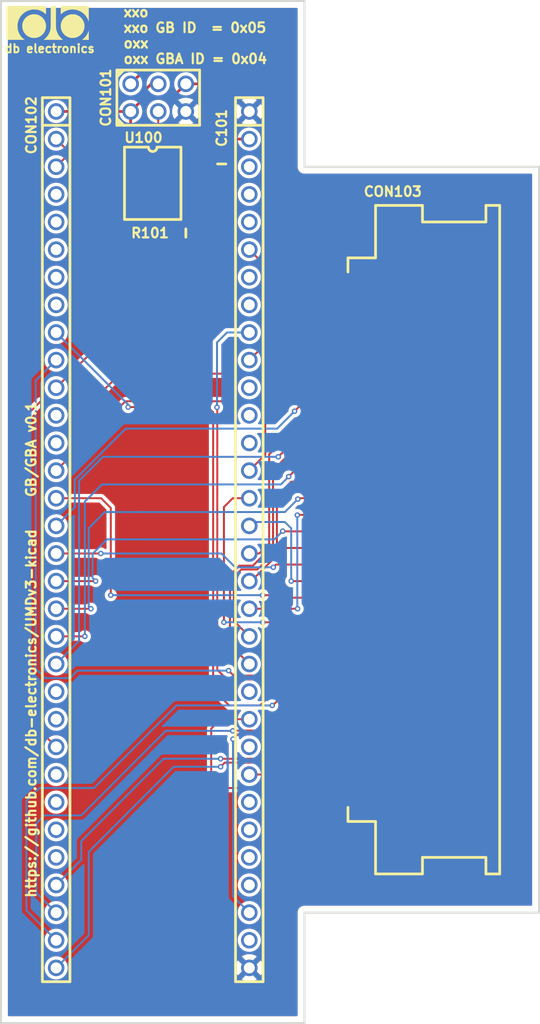
<source format=kicad_pcb>
(kicad_pcb (version 20221018) (generator pcbnew)
  (layers (0 "F.Cu" signal) (31 "B.Cu" signal) (34 "B.Paste" user) (35 "F.Paste" user) (36 "B.SilkS" user "B.Silkscreen") (37 "F.SilkS" user "F.Silkscreen") (38 "B.Mask" user) (39 "F.Mask" user) (44 "Edge.Cuts" user))
  (net 0 "")
  (net 1 "+3V3")
  (net 2 "GND")
  (net 3 "+5V")
  (net 4 "/ID")
  (net 5 "/CARTV")
  (net 6 "/SCL")
  (net 7 "/SDA")
  (net 13 "/A18")
  (net 14 "/A16")
  (net 15 "/~{WR}")
  (net 18 "/AD0")
  (net 19 "/AD14")
  (net 20 "/AD2")
  (net 21 "/AD12")
  (net 22 "/AD10")
  (net 23 "/AD8")
  (net 24 "/AD6")
  (net 25 "/AD4")
  (net 26 "/IRQ")
  (net 28 "/~{AS}")
  (net 33 "/A22")
  (net 34 "/A20")
  (net 35 "/A19")
  (net 36 "/A23")
  (net 37 "/A21")
  (net 42 "/~{SCS}")
  (net 45 "/AD5")
  (net 46 "/AD7")
  (net 47 "/AD9")
  (net 48 "/AD11")
  (net 49 "/AD3")
  (net 50 "/AD13")
  (net 51 "/AD15")
  (net 52 "/AD1")
  (net 56 "/~{RD}")
  (net 57 "/A17")
  (net 60 "/CLK")
  (footprint "db-smt:SSOP-20" (layer "F.Cu") (at 140.88 69.719)
    (fp_text reference "U100" (at 3.048 -1.27) (layer "F.SilkS") (effects (font (size 0.889 0.889) (thickness 0.2032))))
    (fp_text value "MCP23008T-E_SS" hide)
    (pad "1" smd rect (at 0 0) (size 2 0.3) (layers "F.Cu" "F.Paste" "F.Mask") (net 6 "/SCL"))
    (pad "2" smd rect (at 0 0.65) (size 2 0.3) (layers "F.Cu" "F.Paste" "F.Mask") (net 7 "/SDA"))
    (pad "3" smd rect (at 0 1.3) (size 2 0.3) (layers "F.Cu" "F.Paste" "F.Mask") (net 2 "GND"))
    (pad "4" smd rect (at 0 1.95) (size 2 0.3) (layers "F.Cu" "F.Paste" "F.Mask") (net 2 "GND"))
    (pad "5" smd rect (at 0 2.6) (size 2 0.3) (layers "F.Cu" "F.Paste" "F.Mask") (net 2 "GND"))
    (pad "6" smd rect (at 0 3.25) (size 2 0.3) (layers "F.Cu" "F.Paste" "F.Mask") (net 1 "+3V3"))
    (pad "7" smd rect (at 0 3.9) (size 2 0.3) (layers "F.Cu" "F.Paste" "F.Mask"))
    (pad "8" smd rect (at 0 4.55) (size 2 0.3) (layers "F.Cu" "F.Paste" "F.Mask") (net 2 "GND"))
    (pad "9" smd rect (at 0 5.2) (size 2 0.3) (layers "F.Cu" "F.Paste" "F.Mask") (net 2 "GND"))
    (pad "10" smd rect (at 0 5.85) (size 2 0.3) (layers "F.Cu" "F.Paste" "F.Mask"))
    (pad "11" smd rect (at 7.8 5.85) (size 2 0.3) (layers "F.Cu" "F.Paste" "F.Mask"))
    (pad "12" smd rect (at 7.8 5.2) (size 2 0.3) (layers "F.Cu" "F.Paste" "F.Mask") (net 4 "/ID"))
    (pad "13" smd rect (at 7.8 4.55) (size 2 0.3) (layers "F.Cu" "F.Paste" "F.Mask") (net 2 "GND"))
    (pad "14" smd rect (at 7.8 3.9) (size 2 0.3) (layers "F.Cu" "F.Paste" "F.Mask") (net 1 "+3V3"))
    (pad "15" smd rect (at 7.8 3.25) (size 2 0.3) (layers "F.Cu" "F.Paste" "F.Mask") (net 2 "GND"))
    (pad "16" smd rect (at 7.8 2.6) (size 2 0.3) (layers "F.Cu" "F.Paste" "F.Mask") (net 2 "GND"))
    (pad "17" smd rect (at 7.8 1.95) (size 2 0.3) (layers "F.Cu" "F.Paste" "F.Mask") (net 2 "GND"))
    (pad "18" smd rect (at 7.8 1.3) (size 2 0.3) (layers "F.Cu" "F.Paste" "F.Mask") (net 2 "GND"))
    (pad "19" smd rect (at 7.8 0.65) (size 2 0.3) (layers "F.Cu" "F.Paste" "F.Mask") (net 2 "GND"))
    (pad "20" smd rect (at 7.8 0) (size 2 0.3) (layers "F.Cu" "F.Paste" "F.Mask") (net 1 "+3V3"))
  )
  (footprint "db-thparts:UMDv3-CONN-DIP64" (layer "F.Cu") (at 135.89 66.04)
    (fp_text reference "CON102" (at -2.286 1.27 90) (layer "F.SilkS") (effects (font (size 0.889 0.889) (thickness 0.2032))))
    (fp_text value "UMDv3-CONN" hide)
    (pad "1" thru_hole circle (at 0 0) (size 1.524 1.524) (drill 1.016) (layers "*.Cu" "*.Mask") (net 1 "+3V3"))
    (pad "2" thru_hole circle (at 0 2.54) (size 1.524 1.524) (drill 1.016) (layers "*.Cu" "*.Mask") (net 6 "/SCL"))
    (pad "3" thru_hole circle (at 0 5.08) (size 1.524 1.524) (drill 1.016) (layers "*.Cu" "*.Mask") (net 7 "/SDA"))
    (pad "4" thru_hole circle (at 0 7.62) (size 1.524 1.524) (drill 1.016) (layers "*.Cu" "*.Mask"))
    (pad "5" thru_hole circle (at 0 10.16) (size 1.524 1.524) (drill 1.016) (layers "*.Cu" "*.Mask"))
    (pad "6" thru_hole circle (at 0 12.7) (size 1.524 1.524) (drill 1.016) (layers "*.Cu" "*.Mask"))
    (pad "7" thru_hole circle (at 0 15.24) (size 1.524 1.524) (drill 1.016) (layers "*.Cu" "*.Mask"))
    (pad "8" thru_hole circle (at 0 17.78) (size 1.524 1.524) (drill 1.016) (layers "*.Cu" "*.Mask"))
    (pad "9" thru_hole circle (at 0 20.32) (size 1.524 1.524) (drill 1.016) (layers "*.Cu" "*.Mask") (net 13 "/A18"))
    (pad "10" thru_hole circle (at 0 22.86) (size 1.524 1.524) (drill 1.016) (layers "*.Cu" "*.Mask") (net 14 "/A16"))
    (pad "11" thru_hole circle (at 0 25.4) (size 1.524 1.524) (drill 1.016) (layers "*.Cu" "*.Mask") (net 15 "/~{WR}"))
    (pad "12" thru_hole circle (at 0 27.94) (size 1.524 1.524) (drill 1.016) (layers "*.Cu" "*.Mask"))
    (pad "13" thru_hole circle (at 0 30.48) (size 1.524 1.524) (drill 1.016) (layers "*.Cu" "*.Mask"))
    (pad "14" thru_hole circle (at 0 33.02) (size 1.524 1.524) (drill 1.016) (layers "*.Cu" "*.Mask") (net 18 "/AD0"))
    (pad "15" thru_hole circle (at 0 35.56) (size 1.524 1.524) (drill 1.016) (layers "*.Cu" "*.Mask") (net 19 "/AD14"))
    (pad "16" thru_hole circle (at 0 38.1) (size 1.524 1.524) (drill 1.016) (layers "*.Cu" "*.Mask") (net 20 "/AD2"))
    (pad "17" thru_hole circle (at 0 40.64) (size 1.524 1.524) (drill 1.016) (layers "*.Cu" "*.Mask") (net 21 "/AD12"))
    (pad "18" thru_hole circle (at 0 43.18) (size 1.524 1.524) (drill 1.016) (layers "*.Cu" "*.Mask") (net 22 "/AD10"))
    (pad "19" thru_hole circle (at 0 45.72) (size 1.524 1.524) (drill 1.016) (layers "*.Cu" "*.Mask") (net 23 "/AD8"))
    (pad "20" thru_hole circle (at 0 48.26) (size 1.524 1.524) (drill 1.016) (layers "*.Cu" "*.Mask") (net 24 "/AD6"))
    (pad "21" thru_hole circle (at 0 50.8) (size 1.524 1.524) (drill 1.016) (layers "*.Cu" "*.Mask") (net 25 "/AD4"))
    (pad "22" thru_hole circle (at 0 53.34) (size 1.524 1.524) (drill 1.016) (layers "*.Cu" "*.Mask"))
    (pad "23" thru_hole circle (at 0 55.88) (size 1.524 1.524) (drill 1.016) (layers "*.Cu" "*.Mask"))
    (pad "24" thru_hole circle (at 0 58.42) (size 1.524 1.524) (drill 1.016) (layers "*.Cu" "*.Mask") (net 28 "/~{AS}"))
    (pad "25" thru_hole circle (at 0 60.96) (size 1.524 1.524) (drill 1.016) (layers "*.Cu" "*.Mask"))
    (pad "26" thru_hole circle (at 0 63.5) (size 1.524 1.524) (drill 1.016) (layers "*.Cu" "*.Mask"))
    (pad "27" thru_hole circle (at 0 66.04) (size 1.524 1.524) (drill 1.016) (layers "*.Cu" "*.Mask"))
    (pad "28" thru_hole circle (at 0 68.58) (size 1.524 1.524) (drill 1.016) (layers "*.Cu" "*.Mask"))
    (pad "29" thru_hole circle (at 0 71.12) (size 1.524 1.524) (drill 1.016) (layers "*.Cu" "*.Mask") (net 33 "/A22"))
    (pad "30" thru_hole circle (at 0 73.66) (size 1.524 1.524) (drill 1.016) (layers "*.Cu" "*.Mask") (net 34 "/A20"))
    (pad "31" thru_hole circle (at 0 76.2) (size 1.524 1.524) (drill 1.016) (layers "*.Cu" "*.Mask") (net 35 "/A19"))
    (pad "32" thru_hole circle (at 0 78.74) (size 1.524 1.524) (drill 1.016) (layers "*.Cu" "*.Mask") (net 36 "/A23"))
    (pad "33" thru_hole circle (at 17.78 78.74) (size 1.524 1.524) (drill 1.016) (layers "*.Cu" "*.Mask") (net 2 "GND"))
    (pad "34" thru_hole circle (at 17.78 76.2) (size 1.524 1.524) (drill 1.016) (layers "*.Cu" "*.Mask"))
    (pad "35" thru_hole circle (at 17.78 73.66) (size 1.524 1.524) (drill 1.016) (layers "*.Cu" "*.Mask") (net 37 "/A21"))
    (pad "36" thru_hole circle (at 17.78 71.12) (size 1.524 1.524) (drill 1.016) (layers "*.Cu" "*.Mask"))
    (pad "37" thru_hole circle (at 17.78 68.58) (size 1.524 1.524) (drill 1.016) (layers "*.Cu" "*.Mask"))
    (pad "38" thru_hole circle (at 17.78 66.04) (size 1.524 1.524) (drill 1.016) (layers "*.Cu" "*.Mask"))
    (pad "39" thru_hole circle (at 17.78 63.5) (size 1.524 1.524) (drill 1.016) (layers "*.Cu" "*.Mask"))
    (pad "40" thru_hole circle (at 17.78 60.96) (size 1.524 1.524) (drill 1.016) (layers "*.Cu" "*.Mask") (net 42 "/~{SCS}"))
    (pad "41" thru_hole circle (at 17.78 58.42) (size 1.524 1.524) (drill 1.016) (layers "*.Cu" "*.Mask"))
    (pad "42" thru_hole circle (at 17.78 55.88) (size 1.524 1.524) (drill 1.016) (layers "*.Cu" "*.Mask") (net 26 "/IRQ"))
    (pad "43" thru_hole circle (at 17.78 53.34) (size 1.524 1.524) (drill 1.016) (layers "*.Cu" "*.Mask"))
    (pad "44" thru_hole circle (at 17.78 50.8) (size 1.524 1.524) (drill 1.016) (layers "*.Cu" "*.Mask") (net 45 "/AD5"))
    (pad "45" thru_hole circle (at 17.78 48.26) (size 1.524 1.524) (drill 1.016) (layers "*.Cu" "*.Mask") (net 46 "/AD7"))
    (pad "46" thru_hole circle (at 17.78 45.72) (size 1.524 1.524) (drill 1.016) (layers "*.Cu" "*.Mask") (net 47 "/AD9"))
    (pad "47" thru_hole circle (at 17.78 43.18) (size 1.524 1.524) (drill 1.016) (layers "*.Cu" "*.Mask") (net 48 "/AD11"))
    (pad "48" thru_hole circle (at 17.78 40.64) (size 1.524 1.524) (drill 1.016) (layers "*.Cu" "*.Mask") (net 49 "/AD3"))
    (pad "49" thru_hole circle (at 17.78 38.1) (size 1.524 1.524) (drill 1.016) (layers "*.Cu" "*.Mask") (net 50 "/AD13"))
    (pad "50" thru_hole circle (at 17.78 35.56) (size 1.524 1.524) (drill 1.016) (layers "*.Cu" "*.Mask") (net 51 "/AD15"))
    (pad "51" thru_hole circle (at 17.78 33.02) (size 1.524 1.524) (drill 1.016) (layers "*.Cu" "*.Mask") (net 52 "/AD1"))
    (pad "52" thru_hole circle (at 17.78 30.48) (size 1.524 1.524) (drill 1.016) (layers "*.Cu" "*.Mask"))
    (pad "53" thru_hole circle (at 17.78 27.94) (size 1.524 1.524) (drill 1.016) (layers "*.Cu" "*.Mask"))
    (pad "54" thru_hole circle (at 17.78 25.4) (size 1.524 1.524) (drill 1.016) (layers "*.Cu" "*.Mask"))
    (pad "55" thru_hole circle (at 17.78 22.86) (size 1.524 1.524) (drill 1.016) (layers "*.Cu" "*.Mask") (net 56 "/~{RD}"))
    (pad "56" thru_hole circle (at 17.78 20.32) (size 1.524 1.524) (drill 1.016) (layers "*.Cu" "*.Mask") (net 57 "/A17"))
    (pad "57" thru_hole circle (at 17.78 17.78) (size 1.524 1.524) (drill 1.016) (layers "*.Cu" "*.Mask"))
    (pad "58" thru_hole circle (at 17.78 15.24) (size 1.524 1.524) (drill 1.016) (layers "*.Cu" "*.Mask"))
    (pad "59" thru_hole circle (at 17.78 12.7) (size 1.524 1.524) (drill 1.016) (layers "*.Cu" "*.Mask") (net 60 "/CLK"))
    (pad "60" thru_hole circle (at 17.78 10.16) (size 1.524 1.524) (drill 1.016) (layers "*.Cu" "*.Mask"))
    (pad "61" thru_hole circle (at 17.78 7.62) (size 1.524 1.524) (drill 1.016) (layers "*.Cu" "*.Mask"))
    (pad "62" thru_hole circle (at 17.78 5.08) (size 1.524 1.524) (drill 1.016) (layers "*.Cu" "*.Mask"))
    (pad "63" thru_hole circle (at 17.78 2.54) (size 1.524 1.524) (drill 1.016) (layers "*.Cu" "*.Mask") (net 3 "+5V"))
    (pad "64" thru_hole circle (at 17.78 0) (size 1.524 1.524) (drill 1.016) (layers "*.Cu" "*.Mask") (net 2 "GND"))
  )
  (footprint "db-thparts:HDR2X3" (layer "F.Cu") (at 142.748 66.04 90)
    (fp_text reference "CON101" (at 1.27 -2.286 90) (layer "F.SilkS") (effects (font (size 0.889 0.889) (thickness 0.2032))))
    (fp_text value "HDR2X3" hide)
    (pad "1" thru_hole circle (at 0 0 90) (size 1.524 1.524) (drill 1.016) (layers "*.Cu" "*.Mask") (net 1 "+3V3"))
    (pad "2" thru_hole circle (at 2.54 0 90) (size 1.524 1.524) (drill 1.016) (layers "*.Cu" "*.Mask") (net 3 "+5V"))
    (pad "3" thru_hole circle (at 0 2.54 90) (size 1.524 1.524) (drill 1.016) (layers "*.Cu" "*.Mask") (net 4 "/ID"))
    (pad "4" thru_hole circle (at 2.54 2.54 90) (size 1.524 1.524) (drill 1.016) (layers "*.Cu" "*.Mask") (net 5 "/CARTV"))
    (pad "5" thru_hole circle (at 0 5.08 90) (size 1.524 1.524) (drill 1.016) (layers "*.Cu" "*.Mask") (net 2 "GND"))
    (pad "6" thru_hole circle (at 2.54 5.08 90) (size 1.524 1.524) (drill 1.016) (layers "*.Cu" "*.Mask") (net 1 "+3V3"))
  )
  (footprint "db-artwork:db-logo_7.5mm" (layer "F.Cu") (at 135.128 57.912)
    (fp_text reference "logo101" hide)
    (fp_text value "dblogo" hide)
  )
  (footprint "db-smt:0603" (layer "F.Cu") (at 151.13 70.866 -90)
    (fp_text reference "C101" (at -3.302 0 90) (layer "F.SilkS") (effects (font (size 0.889 0.889) (thickness 0.2032))))
    (fp_text value "0.1uF" hide)
    (pad "1" smd rect (at -0.95 0 270) (size 0.8 1) (layers "F.Cu" "F.Paste" "F.Mask") (net 1 "+3V3"))
    (pad "2" smd rect (at 0.95 0 270) (size 0.8 1) (layers "F.Cu" "F.Paste" "F.Mask") (net 2 "GND"))
  )
  (footprint "db-smt:0603" (layer "F.Cu") (at 147.828 77.216 180)
    (fp_text reference "R101" (at 3.302 0) (layer "F.SilkS") (effects (font (size 0.889 0.889) (thickness 0.2032))))
    (fp_text value "10k" hide)
    (pad "1" smd rect (at -0.95 0 180) (size 0.8 1) (layers "F.Cu" "F.Paste" "F.Mask") (net 4 "/ID"))
    (pad "2" smd rect (at 0.95 0 180) (size 0.8 1) (layers "F.Cu" "F.Paste" "F.Mask") (net 2 "GND"))
  )
  (footprint "db-smt:GBA-CONN" (layer "F.Cu") (at 161.7345 81.788)
    (fp_text reference "CON103" (at 5.1435 -8.382) (layer "F.SilkS") (effects (font (size 0.889 0.889) (thickness 0.2032))))
    (fp_text value "GBA-CONN" hide)
    (pad "1" smd rect (at 0 0) (size 3.556 0.889) (layers "F.Cu" "F.Paste" "F.Mask") (net 5 "/CARTV"))
    (pad "2" smd rect (at 0 1.524) (size 3.556 0.889) (layers "F.Cu" "F.Paste" "F.Mask") (net 60 "/CLK"))
    (pad "3" smd rect (at 0 3.048) (size 3.556 0.889) (layers "F.Cu" "F.Paste" "F.Mask") (net 15 "/~{WR}"))
    (pad "4" smd rect (at 0 4.572) (size 3.556 0.889) (layers "F.Cu" "F.Paste" "F.Mask") (net 56 "/~{RD}"))
    (pad "5" smd rect (at 0 6.096) (size 3.556 0.889) (layers "F.Cu" "F.Paste" "F.Mask") (net 28 "/~{AS}"))
    (pad "6" smd rect (at 0 7.62) (size 3.556 0.889) (layers "F.Cu" "F.Paste" "F.Mask") (net 18 "/AD0"))
    (pad "7" smd rect (at 0 9.144) (size 3.556 0.889) (layers "F.Cu" "F.Paste" "F.Mask") (net 52 "/AD1"))
    (pad "8" smd rect (at 0 10.668) (size 3.556 0.889) (layers "F.Cu" "F.Paste" "F.Mask") (net 20 "/AD2"))
    (pad "9" smd rect (at 0 12.192) (size 3.556 0.889) (layers "F.Cu" "F.Paste" "F.Mask") (net 49 "/AD3"))
    (pad "10" smd rect (at 0 13.716) (size 3.556 0.889) (layers "F.Cu" "F.Paste" "F.Mask") (net 25 "/AD4"))
    (pad "11" smd rect (at 0 15.24) (size 3.556 0.889) (layers "F.Cu" "F.Paste" "F.Mask") (net 45 "/AD5"))
    (pad "12" smd rect (at 0 16.764) (size 3.556 0.889) (layers "F.Cu" "F.Paste" "F.Mask") (net 24 "/AD6"))
    (pad "13" smd rect (at 0 18.288) (size 3.556 0.889) (layers "F.Cu" "F.Paste" "F.Mask") (net 46 "/AD7"))
    (pad "14" smd rect (at 0 19.812) (size 3.556 0.889) (layers "F.Cu" "F.Paste" "F.Mask") (net 23 "/AD8"))
    (pad "15" smd rect (at 0 21.336) (size 3.556 0.889) (layers "F.Cu" "F.Paste" "F.Mask") (net 47 "/AD9"))
    (pad "16" smd rect (at 0 22.86) (size 3.556 0.889) (layers "F.Cu" "F.Paste" "F.Mask") (net 22 "/AD10"))
    (pad "17" smd rect (at 0 24.384) (size 3.556 0.889) (layers "F.Cu" "F.Paste" "F.Mask") (net 48 "/AD11"))
    (pad "18" smd rect (at 0 25.908) (size 3.556 0.889) (layers "F.Cu" "F.Paste" "F.Mask") (net 21 "/AD12"))
    (pad "19" smd rect (at 0 27.432) (size 3.556 0.889) (layers "F.Cu" "F.Paste" "F.Mask") (net 50 "/AD13"))
    (pad "20" smd rect (at 0 28.956) (size 3.556 0.889) (layers "F.Cu" "F.Paste" "F.Mask") (net 19 "/AD14"))
    (pad "21" smd rect (at 0 30.48) (size 3.556 0.889) (layers "F.Cu" "F.Paste" "F.Mask") (net 51 "/AD15"))
    (pad "22" smd rect (at 0 32.004) (size 3.556 0.889) (layers "F.Cu" "F.Paste" "F.Mask") (net 14 "/A16"))
    (pad "23" smd rect (at 0 33.528) (size 3.556 0.889) (layers "F.Cu" "F.Paste" "F.Mask") (net 57 "/A17"))
    (pad "24" smd rect (at 0 35.052) (size 3.556 0.889) (layers "F.Cu" "F.Paste" "F.Mask") (net 13 "/A18"))
    (pad "25" smd rect (at 0 36.576) (size 3.556 0.889) (layers "F.Cu" "F.Paste" "F.Mask") (net 35 "/A19"))
    (pad "26" smd rect (at 0 38.1) (size 3.556 0.889) (layers "F.Cu" "F.Paste" "F.Mask") (net 34 "/A20"))
    (pad "27" smd rect (at 0 39.624) (size 3.556 0.889) (layers "F.Cu" "F.Paste" "F.Mask") (net 37 "/A21"))
    (pad "28" smd rect (at 0 41.148) (size 3.556 0.889) (layers "F.Cu" "F.Paste" "F.Mask") (net 33 "/A22"))
    (pad "29" smd rect (at 0 42.672) (size 3.556 0.889) (layers "F.Cu" "F.Paste" "F.Mask") (net 36 "/A23"))
    (pad "30" smd rect (at 0 44.196) (size 3.556 0.889) (layers "F.Cu" "F.Paste" "F.Mask") (net 42 "/~{SCS}"))
    (pad "31" smd rect (at 0 45.72) (size 3.556 0.889) (layers "F.Cu" "F.Paste" "F.Mask") (net 26 "/IRQ"))
    (pad "32" smd rect (at 0 47.244) (size 3.556 0.889) (layers "F.Cu" "F.Paste" "F.Mask") (net 2 "GND"))
    (pad "33" smd rect (at 10.795 -7.62) (size 4.826 3.048) (layers "F.Cu" "F.Paste" "F.Mask") (net 2 "GND"))
    (pad "33" smd rect (at 10.795 54.864) (size 4.826 3.048) (layers "F.Cu" "F.Paste" "F.Mask") (net 2 "GND"))
  )
  (gr_line (start 180.34 71.12) (end 158.75 71.12) (stroke (width 0.1778)) (layer "Edge.Cuts"))
  (gr_line (start 158.75 71.12) (end 158.75 55.88) (stroke (width 0.1778)) (layer "Edge.Cuts"))
  (gr_line (start 130.81 149.86) (end 130.81 55.88) (stroke (width 0.1778)) (layer "Edge.Cuts"))
  (gr_line (start 180.34 139.7) (end 180.34 71.12) (stroke (width 0.1778)) (layer "Edge.Cuts"))
  (gr_line (start 158.75 139.7) (end 180.34 139.7) (stroke (width 0.1778)) (layer "Edge.Cuts"))
  (gr_line (start 158.75 149.86) (end 158.75 139.7) (stroke (width 0.1778)) (layer "Edge.Cuts"))
  (gr_line (start 158.75 55.88) (end 130.81 55.88) (stroke (width 0.1778)) (layer "Edge.Cuts"))
  (gr_line (start 130.81 149.86) (end 158.75 149.86) (stroke (width 0.1778)) (layer "Edge.Cuts"))
  (gr_text "https://github.com/db-electronics/UMDv3-kicad" (at 134.112 138.43 90) (layer "F.SilkS") (effects (font (size 0.889 0.889) (thickness 0.2032) bold) (justify left bottom)))
  (gr_text "db electronics" (at 131.064 60.706) (layer "F.SilkS") (effects (font (size 0.762 0.762) (thickness 0.1778) bold) (justify left bottom)))
  (gr_text "GB/GBA v0.1" (at 134.112 101.6 90) (layer "F.SilkS") (effects (font (size 0.889 0.889) (thickness 0.2032) bold) (justify left bottom)))
  (gr_text "xxo\nxxo GB ID  = 0x05\noxx\noxx GBA ID = 0x04" (at 141.986 61.722) (layer "F.SilkS") (effects (font (size 0.889 0.889) (thickness 0.2032) bold) (justify left bottom)))
  (segment (start 147.1774 73.619) (end 148.68 73.619) (width 0.254) (layer "F.Cu") (net 1))
  (segment (start 149.7838 63.5) (end 147.828 63.5) (width 0.254) (layer "F.Cu") (net 1))
  (segment (start 150.933 69.719) (end 151.13 69.916) (width 0.254) (layer "F.Cu") (net 1))
  (segment (start 151.13 69.916) (end 151.13 64.8462) (width 0.254) (layer "F.Cu") (net 1))
  (segment (start 144.0434 64.7446) (end 142.748 66.04) (width 0.254) (layer "F.Cu") (net 1))
  (segment (start 146.5834 64.7446) (end 144.0434 64.7446) (width 0.254) (layer "F.Cu") (net 1))
  (segment (start 147.828 63.5) (end 146.5834 64.7446) (width 0.254) (layer "F.Cu") (net 1))
  (segment (start 142.748 66.04) (end 135.89 66.04) (width 0.254) (layer "F.Cu") (net 1))
  (segment (start 142.4992 72.969) (end 140.88 72.969) (width 0.254) (layer "F.Cu") (net 1))
  (segment (start 147.0954 69.719) (end 146.558 70.2564) (width 0.254) (layer "F.Cu") (net 1))
  (segment (start 148.68 69.719) (end 150.933 69.719) (width 0.254) (layer "F.Cu") (net 1))
  (segment (start 142.748 66.04) (end 142.748 72.7202) (width 0.254) (layer "F.Cu") (net 1))
  (segment (start 151.13 64.8462) (end 149.7838 63.5) (width 0.254) (layer "F.Cu") (net 1))
  (segment (start 148.68 69.719) (end 147.0954 69.719) (width 0.254) (layer "F.Cu") (net 1))
  (segment (start 142.748 72.7202) (end 142.4992 72.969) (width 0.254) (layer "F.Cu") (net 1))
  (segment (start 146.558 70.2564) (end 146.558 72.9996) (width 0.254) (layer "F.Cu") (net 1))
  (segment (start 146.558 72.9996) (end 147.1774 73.619) (width 0.254) (layer "F.Cu") (net 1))
  (segment (start 149.479 62.0014) (end 144.2466 62.0014) (width 0.254) (layer "F.Cu") (net 3))
  (segment (start 144.2466 62.0014) (end 142.748 63.5) (width 0.254) (layer "F.Cu") (net 3))
  (segment (start 153.67 68.58) (end 152.3238 68.58) (width 0.254) (layer "F.Cu") (net 3))
  (segment (start 152.3238 68.58) (end 151.5618 67.818) (width 0.254) (layer "F.Cu") (net 3))
  (segment (start 151.5618 64.0842) (end 149.479 62.0014) (width 0.254) (layer "F.Cu") (net 3))
  (segment (start 151.5618 67.818) (end 151.5618 64.0842) (width 0.254) (layer "F.Cu") (net 3))
  (segment (start 145.288 72.527) (end 145.288 66.04) (width 0.1778) (layer "F.Cu") (net 4))
  (segment (start 148.68 74.919) (end 147.68 74.919) (width 0.1778) (layer "F.Cu") (net 4))
  (segment (start 150.1902 77.216) (end 148.778 77.216) (width 0.1778) (layer "F.Cu") (net 4))
  (segment (start 150.5458 76.8604) (end 150.1902 77.216) (width 0.1778) (layer "F.Cu") (net 4))
  (segment (start 150.0014 74.919) (end 150.5458 75.4634) (width 0.1778) (layer "F.Cu") (net 4))
  (segment (start 147.68 74.919) (end 145.288 72.527) (width 0.1778) (layer "F.Cu") (net 4))
  (segment (start 148.68 74.919) (end 150.0014 74.919) (width 0.1778) (layer "F.Cu") (net 4))
  (segment (start 150.5458 75.4634) (end 150.5458 76.8604) (width 0.1778) (layer "F.Cu") (net 4))
  (segment (start 141.8336 64.7446) (end 143.4084 64.7446) (width 0.254) (layer "F.Cu") (net 5))
  (segment (start 144.653 63.5) (end 145.288 63.5) (width 0.254) (layer "F.Cu") (net 5))
  (segment (start 143.4084 64.7446) (end 144.653 63.5) (width 0.254) (layer "F.Cu") (net 5))
  (segment (start 156.0322 63.754) (end 153.8478 61.5696) (width 0.254) (layer "F.Cu") (net 5))
  (segment (start 145.288 63.5) (end 144.5768 63.5) (width 0.1778) (layer "F.Cu") (net 5))
  (segment (start 161.7345 81.788) (end 159.4104 81.788) (width 0.254) (layer "F.Cu") (net 5))
  (segment (start 142.2146 61.5696) (end 141.3764 62.4078) (width 0.254) (layer "F.Cu") (net 5))
  (segment (start 153.8478 61.5696) (end 142.2146 61.5696) (width 0.254) (layer "F.Cu") (net 5))
  (segment (start 141.3764 62.4078) (end 141.3764 64.2874) (width 0.254) (layer "F.Cu") (net 5))
  (segment (start 156.0322 78.4098) (end 156.0322 63.754) (width 0.254) (layer "F.Cu") (net 5))
  (segment (start 141.3764 64.2874) (end 141.8336 64.7446) (width 0.254) (layer "F.Cu") (net 5))
  (segment (start 159.4104 81.788) (end 156.0322 78.4098) (width 0.254) (layer "F.Cu") (net 5))
  (segment (start 137.029 69.719) (end 135.89 68.58) (width 0.1778) (layer "F.Cu") (net 6))
  (segment (start 140.88 69.719) (end 137.029 69.719) (width 0.1778) (layer "F.Cu") (net 6))
  (segment (start 136.641 70.369) (end 135.89 71.12) (width 0.1778) (layer "F.Cu") (net 7))
  (segment (start 140.88 70.369) (end 136.641 70.369) (width 0.1778) (layer "F.Cu") (net 7))
  (segment (start 155.575 118.4148) (end 157.1498 116.84) (width 0.1778) (layer "F.Cu") (net 13))
  (segment (start 154.6606 120.65) (end 155.575 119.7356) (width 0.1778) (layer "F.Cu") (net 13))
  (segment (start 151.8158 120.65) (end 154.6606 120.65) (width 0.1778) (layer "F.Cu") (net 13))
  (segment (start 150.3426 93.7006) (end 150.3426 119.1768) (width 0.1778) (layer "F.Cu") (net 13))
  (segment (start 149.86 93.218) (end 150.3426 93.7006) (width 0.1778) (layer "F.Cu") (net 13))
  (segment (start 157.1498 116.84) (end 161.7345 116.84) (width 0.1778) (layer "F.Cu") (net 13))
  (segment (start 150.3426 119.1768) (end 151.8158 120.65) (width 0.1778) (layer "F.Cu") (net 13))
  (segment (start 155.575 119.7356) (end 155.575 118.4148) (width 0.1778) (layer "F.Cu") (net 13))
  (segment (start 142.5194 93.218) (end 149.86 93.218) (width 0.1778) (layer "F.Cu") (net 13))
  (via (at 142.5194 93.218) (size 0.508) (drill 0.254) (layers "F.Cu" "B.Cu") (net 13))
  (segment (start 142.5194 93.218) (end 142.5194 92.9894) (width 0.1778) (layer "B.Cu") (net 13))
  (segment (start 142.5194 92.9894) (end 135.89 86.36) (width 0.1778) (layer "B.Cu") (net 13))
  (segment (start 155.0416 117.9068) (end 159.1564 113.792) (width 0.1778) (layer "F.Cu") (net 14))
  (segment (start 152.2222 117.9068) (end 151.765 117.4496) (width 0.1778) (layer "F.Cu") (net 14))
  (segment (start 159.1564 113.792) (end 161.7345 113.792) (width 0.1778) (layer "F.Cu") (net 14))
  (segment (start 155.0416 117.9068) (end 152.2222 117.9068) (width 0.1778) (layer "F.Cu") (net 14))
  (via (at 151.765 117.4496) (size 0.508) (drill 0.254) (layers "F.Cu" "B.Cu") (net 14))
  (segment (start 134.0104 90.7796) (end 135.89 88.9) (width 0.1778) (layer "B.Cu") (net 14))
  (segment (start 134.0104 117.2718) (end 134.0104 90.7796) (width 0.1778) (layer "B.Cu") (net 14))
  (segment (start 137.8458 117.4496) (end 137.16 118.1354) (width 0.1778) (layer "B.Cu") (net 14))
  (segment (start 151.765 117.4496) (end 137.8458 117.4496) (width 0.1778) (layer "B.Cu") (net 14))
  (segment (start 137.16 118.1354) (end 134.874 118.1354) (width 0.1778) (layer "B.Cu") (net 14))
  (segment (start 134.874 118.1354) (end 134.0104 117.2718) (width 0.1778) (layer "B.Cu") (net 14))
  (segment (start 161.4805 85.09) (end 142.24 85.09) (width 0.1778) (layer "F.Cu") (net 15))
  (segment (start 161.7345 84.836) (end 161.4805 85.09) (width 0.1778) (layer "F.Cu") (net 15))
  (segment (start 142.24 85.09) (end 135.89 91.44) (width 0.1778) (layer "F.Cu") (net 15))
  (segment (start 158.623 89.408) (end 155.3464 92.6846) (width 0.1778) (layer "F.Cu") (net 18))
  (segment (start 142.2654 92.6846) (end 135.89 99.06) (width 0.1778) (layer "F.Cu") (net 18))
  (segment (start 155.3464 92.6846) (end 142.2654 92.6846) (width 0.1778) (layer "F.Cu") (net 18))
  (segment (start 161.7345 89.408) (end 158.623 89.408) (width 0.1778) (layer "F.Cu") (net 18))
  (segment (start 156.1084 110.744) (end 155.8798 110.5154) (width 0.1778) (layer "F.Cu") (net 19))
  (segment (start 155.8798 110.5154) (end 154.8892 110.5154) (width 0.1778) (layer "F.Cu") (net 19))
  (segment (start 140.0302 101.6) (end 135.89 101.6) (width 0.1778) (layer "F.Cu") (net 19))
  (segment (start 140.9192 102.489) (end 140.0302 101.6) (width 0.1778) (layer "F.Cu") (net 19))
  (segment (start 140.9192 110.5154) (end 140.9192 102.489) (width 0.1778) (layer "F.Cu") (net 19))
  (segment (start 161.7345 110.744) (end 156.1084 110.744) (width 0.1778) (layer "F.Cu") (net 19))
  (via (at 140.9192 110.5154) (size 0.508) (drill 0.254) (layers "F.Cu" "B.Cu") (net 19))
  (via (at 154.8892 110.5154) (size 0.508) (drill 0.254) (layers "F.Cu" "B.Cu") (net 19))
  (segment (start 154.8892 110.5154) (end 140.9192 110.5154) (width 0.1778) (layer "B.Cu") (net 19))
  (segment (start 158.9786 92.456) (end 157.8356 93.599) (width 0.1778) (layer "F.Cu") (net 20))
  (segment (start 161.7345 92.456) (end 158.9786 92.456) (width 0.1778) (layer "F.Cu") (net 20))
  (via (at 157.8356 93.599) (size 0.508) (drill 0.254) (layers "F.Cu" "B.Cu") (net 20))
  (segment (start 137.6045 99.890606) (end 137.6045 102.4255) (width 0.1778) (layer "B.Cu") (net 20))
  (segment (start 156.2354 95.1992) (end 142.295906 95.1992) (width 0.1778) (layer "B.Cu") (net 20))
  (segment (start 157.8356 93.599) (end 156.2354 95.1992) (width 0.1778) (layer "B.Cu") (net 20))
  (segment (start 142.295906 95.1992) (end 137.6045 99.890606) (width 0.1778) (layer "B.Cu") (net 20))
  (segment (start 137.6045 102.4255) (end 135.89 104.14) (width 0.1778) (layer "B.Cu") (net 20))
  (segment (start 161.7345 107.696) (end 156.1338 107.696) (width 0.1778) (layer "F.Cu") (net 21))
  (segment (start 161.7345 107.696) (end 157.48 107.696) (width 0.1778) (layer "F.Cu") (net 21))
  (segment (start 140.0048 106.68) (end 135.89 106.68) (width 0.1778) (layer "F.Cu") (net 21))
  (segment (start 156.1338 107.696) (end 155.8798 107.95) (width 0.1778) (layer "F.Cu") (net 21))
  (via (at 155.8798 107.95) (size 0.508) (drill 0.254) (layers "F.Cu" "B.Cu") (net 21))
  (via (at 140.0048 106.68) (size 0.508) (drill 0.254) (layers "F.Cu" "B.Cu") (net 21))
  (segment (start 155.8798 107.95) (end 152.4762 107.95) (width 0.1778) (layer "B.Cu") (net 21))
  (segment (start 140.0048 106.68) (end 151.1046 106.68) (width 0.1778) (layer "B.Cu") (net 21))
  (segment (start 151.1046 106.68) (end 152.3746 107.95) (width 0.1778) (layer "B.Cu") (net 21))
  (segment (start 152.4762 107.95) (end 152.3746 107.95) (width 0.1778) (layer "B.Cu") (net 21))
  (segment (start 161.7345 104.648) (end 158.9786 104.648) (width 0.1778) (layer "F.Cu") (net 22))
  (segment (start 156.7688 104.648) (end 156.7434 104.6226) (width 0.1778) (layer "F.Cu") (net 22))
  (segment (start 158.9786 104.648) (end 156.7688 104.648) (width 0.1778) (layer "F.Cu") (net 22))
  (segment (start 139.5222 109.22) (end 135.89 109.22) (width 0.1778) (layer "F.Cu") (net 22))
  (via (at 139.5222 109.22) (size 0.508) (drill 0.254) (layers "F.Cu" "B.Cu") (net 22))
  (via (at 156.7434 104.6226) (size 0.508) (drill 0.254) (layers "F.Cu" "B.Cu") (net 22))
  (segment (start 139.2428 106.7054) (end 139.2428 108.9406) (width 0.1778) (layer "B.Cu") (net 22))
  (segment (start 147.32 105.3846) (end 140.5636 105.3846) (width 0.1778) (layer "B.Cu") (net 22))
  (segment (start 155.9814 105.3846) (end 154.9146 105.3846) (width 0.1778) (layer "B.Cu") (net 22))
  (segment (start 139.2428 108.9406) (end 139.5222 109.22) (width 0.1778) (layer "B.Cu") (net 22))
  (segment (start 156.7434 104.6226) (end 155.9814 105.3846) (width 0.1778) (layer "B.Cu") (net 22))
  (segment (start 140.5636 105.3846) (end 139.2428 106.7054) (width 0.1778) (layer "B.Cu") (net 22))
  (segment (start 154.9146 105.3846) (end 147.32 105.3846) (width 0.1778) (layer "B.Cu") (net 22))
  (segment (start 147.32 105.3846) (end 143.6624 105.3846) (width 0.1778) (layer "B.Cu") (net 22))
  (segment (start 158.2166 101.6) (end 158.1404 101.6762) (width 0.1778) (layer "F.Cu") (net 23))
  (segment (start 161.7345 101.6) (end 158.2166 101.6) (width 0.1778) (layer "F.Cu") (net 23))
  (segment (start 139.0904 111.76) (end 135.89 111.76) (width 0.1778) (layer "F.Cu") (net 23))
  (via (at 158.1404 101.6762) (size 0.508) (drill 0.254) (layers "F.Cu" "B.Cu") (net 23))
  (via (at 139.0904 111.76) (size 0.508) (drill 0.254) (layers "F.Cu" "B.Cu") (net 23))
  (segment (start 144.145 102.87) (end 143.3068 102.87) (width 0.1778) (layer "B.Cu") (net 23))
  (segment (start 158.1404 101.6762) (end 156.9466 102.87) (width 0.1778) (layer "B.Cu") (net 23))
  (segment (start 138.8872 104.3432) (end 138.8872 111.5568) (width 0.1778) (layer "B.Cu") (net 23))
  (segment (start 140.3604 102.87) (end 138.8872 104.3432) (width 0.1778) (layer "B.Cu") (net 23))
  (segment (start 156.9466 102.87) (end 144.145 102.87) (width 0.1778) (layer "B.Cu") (net 23))
  (segment (start 138.8872 111.5568) (end 139.0904 111.76) (width 0.1778) (layer "B.Cu") (net 23))
  (segment (start 144.145 102.87) (end 140.3604 102.87) (width 0.1778) (layer "B.Cu") (net 23))
  (segment (start 158.356229 98.552) (end 157.29798 99.610249) (width 0.1778) (layer "F.Cu") (net 24))
  (segment (start 135.89 114.3) (end 138.5316 114.3) (width 0.1778) (layer "F.Cu") (net 24))
  (segment (start 161.7345 98.552) (end 158.356229 98.552) (width 0.1778) (layer "F.Cu") (net 24))
  (via (at 157.29798 99.610249) (size 0.508) (drill 0.254) (layers "F.Cu" "B.Cu") (net 24))
  (via (at 138.5316 114.3) (size 0.508) (drill 0.254) (layers "F.Cu" "B.Cu") (net 24))
  (segment (start 144.5006 100.33) (end 156.578229 100.33) (width 0.1778) (layer "B.Cu") (net 24))
  (segment (start 138.5316 114.3) (end 138.5316 101.9048) (width 0.1778) (layer "B.Cu") (net 24))
  (segment (start 138.5316 101.9048) (end 140.1064 100.33) (width 0.1778) (layer "B.Cu") (net 24))
  (segment (start 156.578229 100.33) (end 157.29798 99.610249) (width 0.1778) (layer "B.Cu") (net 24))
  (segment (start 140.1064 100.33) (end 144.5006 100.33) (width 0.1778) (layer "B.Cu") (net 24))
  (segment (start 156.337 97.79) (end 158.623 95.504) (width 0.1778) (layer "F.Cu") (net 25))
  (segment (start 158.623 95.504) (end 161.7345 95.504) (width 0.1778) (layer "F.Cu") (net 25))
  (via (at 156.337 97.79) (size 0.508) (drill 0.254) (layers "F.Cu" "B.Cu") (net 25))
  (segment (start 137.9982 114.7318) (end 135.89 116.84) (width 0.1778) (layer "B.Cu") (net 25))
  (segment (start 156.337 97.79) (end 140.208 97.79) (width 0.1778) (layer "B.Cu") (net 25))
  (segment (start 140.208 97.79) (end 137.9982 99.9998) (width 0.1778) (layer "B.Cu") (net 25))
  (segment (start 137.9982 99.9998) (end 137.9982 114.7318) (width 0.1778) (layer "B.Cu") (net 25))
  (segment (start 154.7114 128.2446) (end 155.448 127.508) (width 0.1778) (layer "F.Cu") (net 26))
  (segment (start 151.4094 128.2446) (end 154.7114 128.2446) (width 0.1778) (layer "F.Cu") (net 26))
  (segment (start 150.1648 122.7836) (end 150.1648 127) (width 0.1778) (layer "F.Cu") (net 26))
  (segment (start 155.448 127.508) (end 161.7345 127.508) (width 0.1778) (layer "F.Cu") (net 26))
  (segment (start 153.67 121.92) (end 151.0284 121.92) (width 0.1778) (layer "F.Cu") (net 26))
  (segment (start 151.0284 121.92) (end 150.1648 122.7836) (width 0.1778) (layer "F.Cu") (net 26))
  (segment (start 150.1648 127) (end 151.4094 128.2446) (width 0.1778) (layer "F.Cu") (net 26))
  (segment (start 132.5372 121.1072) (end 135.89 124.46) (width 0.1778) (layer "F.Cu") (net 28))
  (segment (start 139.2174 92.71) (end 134.4422 92.71) (width 0.1778) (layer "F.Cu") (net 28))
  (segment (start 155.3972 90.1446) (end 141.7828 90.1446) (width 0.1778) (layer "F.Cu") (net 28))
  (segment (start 161.7345 87.884) (end 157.6578 87.884) (width 0.1778) (layer "F.Cu") (net 28))
  (segment (start 132.5372 94.615) (end 132.5372 121.1072) (width 0.1778) (layer "F.Cu") (net 28))
  (segment (start 157.6578 87.884) (end 155.3972 90.1446) (width 0.1778) (layer "F.Cu") (net 28))
  (segment (start 134.4422 92.71) (end 132.5372 94.615) (width 0.1778) (layer "F.Cu") (net 28))
  (segment (start 141.7828 90.1446) (end 139.2174 92.71) (width 0.1778) (layer "F.Cu") (net 28))
  (segment (start 155.2702 125.5522) (end 151.0284 125.5522) (width 0.1778) (layer "F.Cu") (net 33))
  (segment (start 161.7345 122.936) (end 157.8864 122.936) (width 0.1778) (layer "F.Cu") (net 33))
  (segment (start 157.8864 122.936) (end 155.2702 125.5522) (width 0.1778) (layer "F.Cu") (net 33))
  (via (at 151.0284 125.5522) (size 0.508) (drill 0.254) (layers "F.Cu" "B.Cu") (net 33))
  (segment (start 138.2014 133.1214) (end 138.2014 134.8486) (width 0.1778) (layer "B.Cu") (net 33))
  (segment (start 145.7706 125.5522) (end 138.2014 133.1214) (width 0.1778) (layer "B.Cu") (net 33))
  (segment (start 151.0284 125.5522) (end 145.7706 125.5522) (width 0.1778) (layer "B.Cu") (net 33))
  (segment (start 138.2014 134.8486) (end 135.89 137.16) (width 0.1778) (layer "B.Cu") (net 33))
  (segment (start 158.5468 119.888) (end 155.4734 122.9614) (width 0.1778) (layer "F.Cu") (net 34))
  (segment (start 155.4734 122.9614) (end 152.1714 122.9614) (width 0.1778) (layer "F.Cu") (net 34))
  (segment (start 152.1714 122.9614) (end 152.146 122.9868) (width 0.1778) (layer "F.Cu") (net 34))
  (segment (start 161.7345 119.888) (end 158.5468 119.888) (width 0.1778) (layer "F.Cu") (net 34))
  (via (at 152.146 122.9868) (size 0.508) (drill 0.254) (layers "F.Cu" "B.Cu") (net 34))
  (segment (start 145.9738 122.9868) (end 138.2014 130.7592) (width 0.1778) (layer "B.Cu") (net 34))
  (segment (start 152.146 122.9868) (end 145.9738 122.9868) (width 0.1778) (layer "B.Cu") (net 34))
  (segment (start 138.2014 130.7592) (end 134.7978 130.7592) (width 0.1778) (layer "B.Cu") (net 34))
  (segment (start 134.0612 137.8712) (end 135.89 139.7) (width 0.1778) (layer "B.Cu") (net 34))
  (segment (start 134.7978 130.7592) (end 134.0612 131.4958) (width 0.1778) (layer "B.Cu") (net 34))
  (segment (start 134.0612 131.4958) (end 134.0612 137.8712) (width 0.1778) (layer "B.Cu") (net 34))
  (segment (start 161.7345 118.364) (end 159.0802 118.364) (width 0.1778) (layer "F.Cu") (net 35))
  (segment (start 155.829 120.65) (end 155.7782 120.65) (width 0.1778) (layer "F.Cu") (net 35))
  (segment (start 158.115 118.364) (end 155.829 120.65) (width 0.1778) (layer "F.Cu") (net 35))
  (segment (start 159.0802 118.364) (end 158.115 118.364) (width 0.1778) (layer "F.Cu") (net 35))
  (via (at 155.7782 120.65) (size 0.508) (drill 0.254) (layers "F.Cu" "B.Cu") (net 35))
  (segment (start 133.1468 129.4384) (end 133.1468 139.4968) (width 0.1778) (layer "B.Cu") (net 35))
  (segment (start 146.9644 120.65) (end 139.3698 128.2446) (width 0.1778) (layer "B.Cu") (net 35))
  (segment (start 134.3406 128.2446) (end 133.1468 129.4384) (width 0.1778) (layer "B.Cu") (net 35))
  (segment (start 139.3698 128.2446) (end 134.3406 128.2446) (width 0.1778) (layer "B.Cu") (net 35))
  (segment (start 133.1468 139.4968) (end 135.89 142.24) (width 0.1778) (layer "B.Cu") (net 35))
  (segment (start 155.7782 120.65) (end 146.9644 120.65) (width 0.1778) (layer "B.Cu") (net 35))
  (segment (start 161.7345 124.46) (end 156.8704 124.46) (width 0.1778) (layer "F.Cu") (net 36))
  (segment (start 151.4094 125.9078) (end 151.0284 126.2888) (width 0.1778) (layer "F.Cu") (net 36))
  (segment (start 155.4226 125.9078) (end 151.4094 125.9078) (width 0.1778) (layer "F.Cu") (net 36))
  (segment (start 156.8704 124.46) (end 155.4226 125.9078) (width 0.1778) (layer "F.Cu") (net 36))
  (via (at 151.0284 126.2888) (size 0.508) (drill 0.254) (layers "F.Cu" "B.Cu") (net 36))
  (segment (start 138.8872 134.112) (end 138.8872 141.7828) (width 0.1778) (layer "B.Cu") (net 36))
  (segment (start 146.7104 126.2888) (end 138.8872 134.112) (width 0.1778) (layer "B.Cu") (net 36))
  (segment (start 151.0284 126.2888) (end 146.7104 126.2888) (width 0.1778) (layer "B.Cu") (net 36))
  (segment (start 138.8872 141.7828) (end 135.89 144.78) (width 0.1778) (layer "B.Cu") (net 36))
  (segment (start 155.6258 123.317) (end 152.6032 123.317) (width 0.1778) (layer "F.Cu") (net 37))
  (segment (start 157.5308 121.412) (end 155.6258 123.317) (width 0.1778) (layer "F.Cu") (net 37))
  (segment (start 152.6032 123.317) (end 152.1714 123.7488) (width 0.1778) (layer "F.Cu") (net 37))
  (segment (start 161.7345 121.412) (end 157.5308 121.412) (width 0.1778) (layer "F.Cu") (net 37))
  (via (at 152.1714 123.7488) (size 0.508) (drill 0.254) (layers "F.Cu" "B.Cu") (net 37))
  (segment (start 152.1714 138.2014) (end 153.67 139.7) (width 0.1778) (layer "B.Cu") (net 37))
  (segment (start 152.1714 123.7488) (end 152.1714 138.2014) (width 0.1778) (layer "B.Cu") (net 37))
  (segment (start 155.067 127) (end 156.083 125.984) (width 0.1778) (layer "F.Cu") (net 42))
  (segment (start 161.7345 125.984) (end 156.083 125.984) (width 0.1778) (layer "F.Cu") (net 42))
  (segment (start 153.67 127) (end 155.067 127) (width 0.1778) (layer "F.Cu") (net 42))
  (segment (start 152.7556 107.7976) (end 151.892 108.6612) (width 0.1778) (layer "F.Cu") (net 45))
  (segment (start 151.892 115.062) (end 153.67 116.84) (width 0.1778) (layer "F.Cu") (net 45))
  (segment (start 154.005306 107.7976) (end 152.7556 107.7976) (width 0.1778) (layer "F.Cu") (net 45))
  (segment (start 161.7345 97.028) (end 157.861 97.028) (width 0.1778) (layer "F.Cu") (net 45))
  (segment (start 155.8544 99.0346) (end 155.8544 105.948506) (width 0.1778) (layer "F.Cu") (net 45))
  (segment (start 151.892 108.6612) (end 151.892 115.062) (width 0.1778) (layer "F.Cu") (net 45))
  (segment (start 157.861 97.028) (end 155.8544 99.0346) (width 0.1778) (layer "F.Cu") (net 45))
  (segment (start 155.8544 105.948506) (end 154.005306 107.7976) (width 0.1778) (layer "F.Cu") (net 45))
  (segment (start 157.5308 100.076) (end 161.7345 100.076) (width 0.1778) (layer "F.Cu") (net 46))
  (segment (start 156.21 106.3498) (end 156.21 101.3968) (width 0.1778) (layer "F.Cu") (net 46))
  (segment (start 152.2476 112.8776) (end 152.2476 108.839) (width 0.1778) (layer "F.Cu") (net 46))
  (segment (start 154.4066 108.1532) (end 156.21 106.3498) (width 0.1778) (layer "F.Cu") (net 46))
  (segment (start 152.2476 108.839) (end 152.9334 108.1532) (width 0.1778) (layer "F.Cu") (net 46))
  (segment (start 156.21 101.3968) (end 157.5308 100.076) (width 0.1778) (layer "F.Cu") (net 46))
  (segment (start 153.67 114.3) (end 152.2476 112.8776) (width 0.1778) (layer "F.Cu") (net 46))
  (segment (start 152.9334 108.1532) (end 154.4066 108.1532) (width 0.1778) (layer "F.Cu") (net 46))
  (segment (start 158.115 103.124) (end 158.0896 103.1494) (width 0.1778) (layer "F.Cu") (net 47))
  (segment (start 161.7345 103.124) (end 158.115 103.124) (width 0.1778) (layer "F.Cu") (net 47))
  (segment (start 158.115 111.76) (end 153.67 111.76) (width 0.1778) (layer "F.Cu") (net 47))
  (via (at 158.0896 103.1494) (size 0.508) (drill 0.254) (layers "F.Cu" "B.Cu") (net 47))
  (via (at 158.115 111.76) (size 0.508) (drill 0.254) (layers "F.Cu" "B.Cu") (net 47))
  (segment (start 158.0896 111.7346) (end 158.115 111.76) (width 0.1778) (layer "B.Cu") (net 47))
  (segment (start 158.0896 103.1494) (end 158.0896 111.7346) (width 0.1778) (layer "B.Cu") (net 47))
  (segment (start 161.7345 106.172) (end 156.8958 106.172) (width 0.1778) (layer "F.Cu") (net 48))
  (segment (start 156.8958 106.172) (end 153.8478 109.22) (width 0.1778) (layer "F.Cu") (net 48))
  (segment (start 153.8478 109.22) (end 153.67 109.22) (width 0.1778) (layer "F.Cu") (net 48))
  (segment (start 155.4988 105.7656) (end 155.4988 97.5614) (width 0.1778) (layer "F.Cu") (net 49))
  (segment (start 159.0802 93.98) (end 161.7345 93.98) (width 0.1778) (layer "F.Cu") (net 49))
  (segment (start 154.5844 106.68) (end 155.4988 105.7656) (width 0.1778) (layer "F.Cu") (net 49))
  (segment (start 153.67 106.68) (end 154.5844 106.68) (width 0.1778) (layer "F.Cu") (net 49))
  (segment (start 155.4988 97.5614) (end 159.0802 93.98) (width 0.1778) (layer "F.Cu") (net 49))
  (segment (start 161.7345 109.22) (end 157.5308 109.22) (width 0.1778) (layer "F.Cu") (net 50))
  (via (at 157.5308 109.22) (size 0.508) (drill 0.254) (layers "F.Cu" "B.Cu") (net 50))
  (segment (start 154.0256 103.7844) (end 153.67 104.14) (width 0.1778) (layer "B.Cu") (net 50))
  (segment (start 157.5308 109.22) (end 157.5308 104.3686) (width 0.1778) (layer "B.Cu") (net 50))
  (segment (start 157.5308 104.3686) (end 156.9466 103.7844) (width 0.1778) (layer "B.Cu") (net 50))
  (segment (start 156.9466 103.7844) (end 154.0256 103.7844) (width 0.1778) (layer "B.Cu") (net 50))
  (segment (start 151.3332 113.0046) (end 151.3332 102.4128) (width 0.1778) (layer "F.Cu") (net 51))
  (segment (start 152.146 101.6) (end 153.67 101.6) (width 0.1778) (layer "F.Cu") (net 51))
  (segment (start 158.6738 112.268) (end 157.9372 113.0046) (width 0.1778) (layer "F.Cu") (net 51))
  (segment (start 151.3332 102.4128) (end 152.146 101.6) (width 0.1778) (layer "F.Cu") (net 51))
  (segment (start 161.7345 112.268) (end 158.6738 112.268) (width 0.1778) (layer "F.Cu") (net 51))
  (segment (start 157.9372 113.0046) (end 154.9146 113.0046) (width 0.1778) (layer "F.Cu") (net 51))
  (via (at 151.3332 113.0046) (size 0.508) (drill 0.254) (layers "F.Cu" "B.Cu") (net 51))
  (via (at 154.9146 113.0046) (size 0.508) (drill 0.254) (layers "F.Cu" "B.Cu") (net 51))
  (segment (start 154.9146 113.0046) (end 151.3332 113.0046) (width 0.1778) (layer "B.Cu") (net 51))
  (segment (start 155.1432 94.5642) (end 155.1432 97.5868) (width 0.1778) (layer "F.Cu") (net 52))
  (segment (start 155.1432 97.5868) (end 153.67 99.06) (width 0.1778) (layer "F.Cu") (net 52))
  (segment (start 158.7754 90.932) (end 155.1432 94.5642) (width 0.1778) (layer "F.Cu") (net 52))
  (segment (start 161.7345 90.932) (end 158.7754 90.932) (width 0.1778) (layer "F.Cu") (net 52))
  (segment (start 161.7345 86.36) (end 156.21 86.36) (width 0.1778) (layer "F.Cu") (net 56))
  (segment (start 156.21 86.36) (end 153.67 88.9) (width 0.1778) (layer "F.Cu") (net 56))
  (segment (start 151.6126 118.2624) (end 150.7236 117.3734) (width 0.1778) (layer "F.Cu") (net 57))
  (segment (start 150.7236 117.3734) (end 150.7236 93.2688) (width 0.1778) (layer "F.Cu") (net 57))
  (segment (start 161.7345 115.316) (end 158.1404 115.316) (width 0.1778) (layer "F.Cu") (net 57))
  (segment (start 155.194 118.2624) (end 151.6126 118.2624) (width 0.1778) (layer "F.Cu") (net 57))
  (segment (start 158.1404 115.316) (end 155.194 118.2624) (width 0.1778) (layer "F.Cu") (net 57))
  (segment (start 150.7236 93.2688) (end 150.6982 93.2434) (width 0.1778) (layer "F.Cu") (net 57))
  (via (at 150.6982 93.2434) (size 0.508) (drill 0.254) (layers "F.Cu" "B.Cu") (net 57))
  (segment (start 151.6126 86.36) (end 153.67 86.36) (width 0.1778) (layer "B.Cu") (net 57))
  (segment (start 150.6982 87.2744) (end 151.6126 86.36) (width 0.1778) (layer "B.Cu") (net 57))
  (segment (start 150.6982 93.2434) (end 150.6982 87.2744) (width 0.1778) (layer "B.Cu") (net 57))
  (segment (start 161.7345 83.312) (end 158.242 83.312) (width 0.1778) (layer "F.Cu") (net 60))
  (segment (start 158.242 83.312) (end 153.67 78.74) (width 0.1778) (layer "F.Cu") (net 60))
  (zone (net 2) (net_name "GND") (layer "F.Cu") (connect_pads (clearance 0.3048)) (min_thickness 0.1778) (fill yes (thermal_gap 0.5) (thermal_bridge_width 0.5))
    (polygon (pts (xy 130.81 55.88) (xy 130.81 149.86) (xy 158.75 149.86) (xy 158.75 139.7) (xy 180.34 139.7) (xy 180.34 71.12) (xy 158.75 71.12) (xy 158.75 55.88)))
  )
  (zone (net 2) (net_name "GND") (layer "B.Cu") (priority 1) (connect_pads (clearance 0.3048)) (min_thickness 0.1778) (fill yes (thermal_gap 0.5) (thermal_bridge_width 0.5))
    (polygon (pts (xy 130.81 55.88) (xy 130.81 149.86) (xy 158.75 149.86) (xy 158.75 139.7) (xy 180.34 139.7) (xy 180.34 71.12) (xy 158.75 71.12) (xy 158.75 55.88)))
  )
)
</source>
